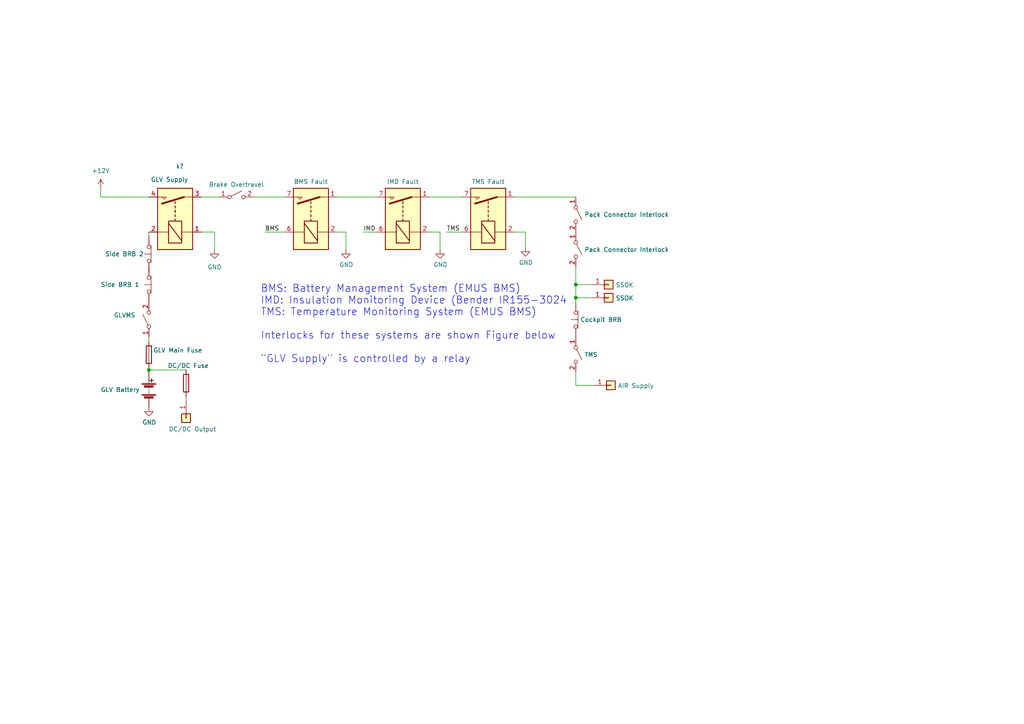
<source format=kicad_sch>
(kicad_sch (version 20211123) (generator eeschema)
  (paper "A4")
  (lib_symbols
    (symbol "AERO_Symbols:T9VV1K15-12S" (pin_names (offset 1.016))
      (property "Reference" "K" (at 8.89 3.81 0))
      (property "Value" "T9VV1K15-12S" (at 8.89 1.27 0))
      (symbol "T9VV1K15-12S_0_0"
        (polyline (pts (xy 5.08 3.81) (xy 5.08 5.08)))
        (polyline (pts (xy 5.08 3.81) (xy 5.08 2.54) (xy 4.445 3.175) (xy 5.08 3.81)))
      )
      (symbol "T9VV1K15-12S_0_1"
        (rectangle (start -10.16 5.08) (end 7.62 -5.08) (stroke (width 0.254)) (fill (type background)))
        (rectangle (start -8.255 1.905) (end -1.905 -1.905) (stroke (width 0.254)))
        (polyline (pts (xy -7.62 -1.905) (xy -2.54 1.905)) (stroke (width 0.254)))
        (polyline (pts (xy -5.08 -5.08) (xy -5.08 -1.905)))
        (polyline (pts (xy -5.08 5.08) (xy -5.08 1.905)))
        (polyline (pts (xy -1.905 0) (xy -1.27 0)) (stroke (width 0.254)))
        (polyline (pts (xy -0.635 0) (xy 0 0)) (stroke (width 0.254)))
        (polyline (pts (xy 0.635 0) (xy 1.27 0)) (stroke (width 0.254)))
        (polyline (pts (xy 0.635 0) (xy 1.27 0)) (stroke (width 0.254)))
        (polyline (pts (xy 1.905 0) (xy 2.54 0)) (stroke (width 0.254)))
        (polyline (pts (xy 3.175 0) (xy 3.81 0)) (stroke (width 0.254)))
        (polyline (pts (xy 5.08 -2.54) (xy 3.175 3.81)) (stroke (width 0.508)))
        (polyline (pts (xy 5.08 -2.54) (xy 5.08 -5.08)))
      )
      (symbol "T9VV1K15-12S_1_1"
        (pin passive line (at -5.08 -7.62 90) (length 2.54) (name "~") (number "1"))
        (pin passive line (at -5.08 7.62 270) (length 2.54) (name "~") (number "2"))
        (pin passive line (at 5.08 -7.62 90) (length 2.54) (name "~") (number "3"))
        (pin passive line (at 5.08 7.62 270) (length 2.54) (name "~") (number "4"))
      )
    )
    (symbol "Connector_Generic:Conn_01x01" (pin_names (offset 1.016) hide)
      (property "Reference" "J" (at 0 2.54 0))
      (property "Value" "Conn_01x01" (at 0 -2.54 0))
      (symbol "Conn_01x01_1_1"
        (rectangle (start -1.27 0.127) (end 0 -0.127) (stroke (width 0.1524)))
        (rectangle (start -1.27 1.27) (end 1.27 -1.27) (stroke (width 0.254)) (fill (type background)))
        (pin passive line (at -5.08 0 0) (length 3.81) (name "Pin_1") (number "1"))
      )
    )
    (symbol "Device:Battery" (pin_numbers hide) (pin_names (offset 0) hide)
      (property "Reference" "BT" (at 2.54 2.54 0))
      (property "Value" "Battery" (at 2.54 0 0))
      (symbol "Battery_0_1"
        (rectangle (start -2.032 -1.397) (end 2.032 -1.651) (fill (type outline)))
        (rectangle (start -2.032 1.778) (end 2.032 1.524) (fill (type outline)))
        (rectangle (start -1.3208 -1.9812) (end 1.27 -2.4892) (fill (type outline)))
        (rectangle (start -1.3208 1.1938) (end 1.27 0.6858) (fill (type outline)))
        (polyline (pts (xy 0 -1.524) (xy 0 -1.27)))
        (polyline (pts (xy 0 -1.016) (xy 0 -0.762)))
        (polyline (pts (xy 0 -0.508) (xy 0 -0.254)))
        (polyline (pts (xy 0 0) (xy 0 0.254)))
        (polyline (pts (xy 0 0.508) (xy 0 0.762)))
        (polyline (pts (xy 0 1.778) (xy 0 2.54)))
        (polyline (pts (xy 0.254 2.667) (xy 1.27 2.667)) (stroke (width 0.254)))
        (polyline (pts (xy 0.762 3.175) (xy 0.762 2.159)) (stroke (width 0.254)))
      )
      (symbol "Battery_1_1"
        (pin passive line (at 0 5.08 270) (length 2.54) (name "+") (number "1"))
        (pin passive line (at 0 -5.08 90) (length 2.54) (name "-") (number "2"))
      )
    )
    (symbol "Device:Fuse" (pin_numbers hide) (pin_names (offset 0))
      (property "Reference" "F" (at 2.032 0 90))
      (property "Value" "Fuse" (at -1.905 0 90))
      (symbol "Fuse_0_1"
        (rectangle (start -0.762 -2.54) (end 0.762 2.54) (stroke (width 0.254)))
        (polyline (pts (xy 0 2.54) (xy 0 -2.54)))
      )
      (symbol "Fuse_1_1"
        (pin passive line (at 0 3.81 270) (length 1.27) (name "~") (number "1"))
        (pin passive line (at 0 -3.81 90) (length 1.27) (name "~") (number "2"))
      )
    )
    (symbol "Relay:DIPxx-1Axx-11x"
      (property "Reference" "K" (at 8.89 3.81 0))
      (property "Value" "DIPxx-1Axx-11x" (at 8.89 1.27 0))
      (symbol "DIPxx-1Axx-11x_0_0"
        (polyline (pts (xy 5.08 5.08) (xy 5.08 2.54) (xy 4.445 3.175) (xy 5.08 3.81)))
      )
      (symbol "DIPxx-1Axx-11x_0_1"
        (rectangle (start -10.16 5.08) (end 7.62 -5.08) (stroke (width 0.254)) (fill (type background)))
        (rectangle (start -8.255 1.905) (end -1.905 -1.905) (stroke (width 0.254)))
        (polyline (pts (xy -7.62 -1.905) (xy -2.54 1.905)) (stroke (width 0.254)))
        (polyline (pts (xy -5.08 -5.08) (xy -5.08 -1.905)))
        (polyline (pts (xy -5.08 5.08) (xy -5.08 1.905)))
        (polyline (pts (xy -1.905 0) (xy -1.27 0)) (stroke (width 0.254)))
        (polyline (pts (xy -0.635 0) (xy 0 0)) (stroke (width 0.254)))
        (polyline (pts (xy 0.635 0) (xy 1.27 0)) (stroke (width 0.254)))
        (polyline (pts (xy 1.905 0) (xy 2.54 0)) (stroke (width 0.254)))
        (polyline (pts (xy 3.175 0) (xy 3.81 0)) (stroke (width 0.254)))
        (polyline (pts (xy 5.08 -2.54) (xy 3.175 3.81)) (stroke (width 0.508)))
        (polyline (pts (xy 5.08 -2.54) (xy 5.08 -5.08)))
      )
      (symbol "DIPxx-1Axx-11x_1_1"
        (pin passive line (at 5.08 -7.62 90) (length 2.54) (name "~") (number "1"))
        (pin passive line (at 5.08 -7.62 90) (length 2.54) hide (name "~") (number "14"))
        (pin passive line (at -5.08 -7.62 90) (length 2.54) (name "~") (number "2"))
        (pin passive line (at -5.08 7.62 270) (length 2.54) (name "~") (number "6"))
        (pin passive line (at 5.08 7.62 270) (length 2.54) (name "~") (number "7"))
        (pin passive line (at 5.08 7.62 270) (length 2.54) hide (name "~") (number "8"))
      )
    )
    (symbol "Switch:SW_Push_Open" (pin_numbers hide) (pin_names (offset 1.016) hide)
      (property "Reference" "SW" (at 0 2.54 0))
      (property "Value" "SW_Push_Open" (at 0 -1.905 0))
      (symbol "SW_Push_Open_0_1"
        (circle (center -2.032 0) (radius 0.508))
        (polyline (pts (xy -2.54 -0.635) (xy 2.54 -0.635)))
        (polyline (pts (xy 0 -0.635) (xy 0 1.27)))
        (circle (center 2.032 0) (radius 0.508))
        (pin passive line (at -5.08 0 0) (length 2.54) (name "A") (number "1"))
      )
      (symbol "SW_Push_Open_1_1"
        (pin passive line (at 5.08 0 180) (length 2.54) (name "B") (number "2"))
      )
    )
    (symbol "Switch:SW_SPST" (pin_names (offset 0) hide)
      (property "Reference" "SW" (at 0 3.175 0))
      (property "Value" "SW_SPST" (at 0 -2.54 0))
      (symbol "SW_SPST_0_0"
        (circle (center -2.032 0) (radius 0.508))
        (polyline (pts (xy -1.524 0.254) (xy 1.524 1.778)))
        (circle (center 2.032 0) (radius 0.508))
      )
      (symbol "SW_SPST_1_1"
        (pin passive line (at -5.08 0 0) (length 2.54) (name "A") (number "1"))
        (pin passive line (at 5.08 0 180) (length 2.54) (name "B") (number "2"))
      )
    )
    (symbol "power:+12V" (power) (pin_names (offset 0))
      (property "Value" "+12V" (at 0 3.556 0))
      (symbol "+12V_0_1"
        (polyline (pts (xy -0.762 1.27) (xy 0 2.54)))
        (polyline (pts (xy 0 0) (xy 0 2.54)))
        (polyline (pts (xy 0 2.54) (xy 0.762 1.27)))
      )
      (symbol "+12V_1_1"
        (pin power_in line (at 0 0 90) (length 0) hide (name "+12V") (number "1"))
      )
    )
    (symbol "power:GND" (power) (pin_names (offset 0))
      (property "Value" "GND" (at 0 -3.81 0))
      (symbol "GND_0_1"
        (polyline (pts (xy 0 0) (xy 0 -1.27) (xy 1.27 -1.27) (xy 0 -2.54) (xy -1.27 -1.27) (xy 0 -1.27)))
      )
      (symbol "GND_1_1"
        (pin power_in line (at 0 0 270) (length 0) hide (name "GND") (number "1"))
      )
    )
  )
  (junction (at 43.18 107.315))
  (junction (at 167.005 86.36))
  (junction (at 167.005 82.55))
  (wire (pts (xy 63.5 57.15) (xy 58.42 57.15)))
  (wire (pts (xy 167.005 111.76) (xy 172.085 111.76)))
  (wire (pts (xy 53.975 107.315) (xy 43.18 107.315)))
  (wire (pts (xy 167.005 86.36) (xy 171.45 86.36)))
  (wire (pts (xy 167.005 107.95) (xy 167.005 111.76)))
  (wire (pts (xy 127.635 72.39) (xy 127.635 67.31)))
  (wire (pts (xy 43.18 106.68) (xy 43.18 107.315)))
  (wire (pts (xy 29.21 54.61) (xy 29.21 57.15)))
  (wire (pts (xy 97.79 57.15) (xy 109.22 57.15)))
  (wire (pts (xy 43.18 78.74) (xy 43.18 77.47)))
  (wire (pts (xy 149.225 67.31) (xy 152.4 67.31)))
  (wire (pts (xy 62.23 67.31) (xy 58.42 67.31)))
  (wire (pts (xy 43.18 68.58) (xy 43.18 67.31)))
  (wire (pts (xy 129.54 67.31) (xy 133.985 67.31)))
  (wire (pts (xy 152.4 67.31) (xy 152.4 71.755)))
  (wire (pts (xy 43.18 99.06) (xy 43.18 97.79)))
  (wire (pts (xy 124.46 57.15) (xy 133.985 57.15)))
  (wire (pts (xy 127.635 67.31) (xy 124.46 67.31)))
  (wire (pts (xy 29.21 57.15) (xy 43.18 57.15)))
  (wire (pts (xy 43.18 107.315) (xy 43.18 107.95)))
  (wire (pts (xy 167.005 82.55) (xy 171.45 82.55)))
  (wire (pts (xy 100.33 72.39) (xy 100.33 67.31)))
  (wire (pts (xy 149.225 57.15) (xy 167.005 57.15)))
  (wire (pts (xy 73.66 57.15) (xy 82.55 57.15)))
  (wire (pts (xy 105.41 67.31) (xy 109.22 67.31)))
  (wire (pts (xy 76.835 67.31) (xy 82.55 67.31)))
  (wire (pts (xy 100.33 67.31) (xy 97.79 67.31)))
  (wire (pts (xy 167.005 77.47) (xy 167.005 82.55)))
  (wire (pts (xy 167.005 82.55) (xy 167.005 86.36)))
  (wire (pts (xy 62.23 67.31) (xy 62.23 72.39)))
  (wire (pts (xy 53.975 114.935) (xy 53.975 116.205)))
  (wire (pts (xy 167.005 86.36) (xy 167.005 87.63)))
  (text "BMS: Battery Management System (EMUS BMS)\nIMD: Insulation Monitoring Device (Bender IR155-3024\nTMS: Temperature Monitoring System (EMUS BMS)\n\nInterlocks for these systems are shown Figure below\n\n\"GLV Supply\" is controlled by a relay" (at 75.565 105.41 0) (effects (font (size 2.1082 2.1082)) (justify left bottom)))
  (label "IMD" (at 105.41 67.31 0))
  (label "TMS" (at 129.54 67.31 0))
  (label "BMS" (at 76.835 67.31 0))
  (symbol (lib_id "Device:Battery") (at 43.18 113.03 0) (unit 1)
    (property "Reference" "BT?" (effects hide))
    (property "Value" "GLV Battery" (at 29.21 113.03 0) (effects (justify left)))
  )
  (symbol (lib_id "Device:Fuse") (at 43.18 102.87 0) (unit 1)
    (property "Reference" "F?" (effects hide))
    (property "Value" "GLV Main Fuse" (at 44.45 101.6 0) (effects (justify left)))
  )
  (symbol (lib_id "Switch:SW_SPST") (at 43.18 92.71 90) (unit 1)
    (property "Reference" "SW?" (effects hide))
    (property "Value" "GLVMS" (at 33.02 91.44 90) (effects (justify right)))
  )
  (symbol (lib_id "Switch:SW_SPST") (at 68.58 57.15 0) (unit 1)
    (property "Reference" "SW?" (effects hide))
    (property "Value" "Brake Overtravel" (at 68.58 53.5178 0))
  )
  (symbol (lib_id "Relay:DIPxx-1Axx-11x") (at 90.17 62.23 90) (unit 1)
    (property "Reference" "K?" (effects hide))
    (property "Value" "BMS Fault" (at 90.17 52.705 90))
    (property "Footprint" "Relay_THT:Relay_StandexMeder_DIP_LowProfile" (effects hide))
    (property "Datasheet" "https://standexelectronics.com/wp-content/uploads/datasheet_reed_relay_DIP.pdf" (effects hide))
  )
  (symbol (lib_id "Relay:DIPxx-1Axx-11x") (at 116.84 62.23 90) (unit 1)
    (property "Reference" "K?" (effects hide))
    (property "Value" "IMD Fault" (at 116.84 52.705 90))
    (property "Footprint" "Relay_THT:Relay_StandexMeder_DIP_LowProfile" (effects hide))
    (property "Datasheet" "https://standexelectronics.com/wp-content/uploads/datasheet_reed_relay_DIP.pdf" (effects hide))
  )
  (symbol (lib_id "Relay:DIPxx-1Axx-11x") (at 141.605 62.23 90) (unit 1)
    (property "Reference" "K?" (effects hide))
    (property "Value" "TMS Fault" (at 141.605 52.705 90))
    (property "Footprint" "Relay_THT:Relay_StandexMeder_DIP_LowProfile" (effects hide))
    (property "Datasheet" "https://standexelectronics.com/wp-content/uploads/datasheet_reed_relay_DIP.pdf" (effects hide))
  )
  (symbol (lib_id "Switch:SW_SPST") (at 167.005 62.23 270) (unit 1)
    (property "Reference" "SW?" (effects hide))
    (property "Value" "Pack Connector Interlock" (at 169.4942 62.23 90) (effects (justify left)))
  )
  (symbol (lib_id "Switch:SW_SPST") (at 167.005 72.39 270) (unit 1)
    (property "Reference" "SW?" (effects hide))
    (property "Value" "Pack Connector Interlock" (at 169.4942 72.39 90) (effects (justify left)))
  )
  (symbol (lib_id "Connector_Generic:Conn_01x01") (at 176.53 82.55 0) (unit 1)
    (property "Reference" "J?" (effects hide))
    (property "Value" "SSOK" (at 178.562 82.6516 0) (effects (justify left)))
  )
  (symbol (lib_id "Switch:SW_Push_Open") (at 167.005 92.71 90) (unit 1)
    (property "Reference" "SW?" (effects hide))
    (property "Value" "Cockpit BRB" (at 168.3258 92.71 90) (effects (justify right)))
  )
  (symbol (lib_id "Switch:SW_Push_Open") (at 43.18 82.55 90) (unit 1)
    (property "Reference" "SW?" (effects hide))
    (property "Value" "Side BRB 1" (at 29.21 82.55 90) (effects (justify right)))
  )
  (symbol (lib_id "Switch:SW_Push_Open") (at 43.18 73.66 90) (unit 1)
    (property "Reference" "SW?" (effects hide))
    (property "Value" "Side BRB 2" (at 30.48 73.66 90) (effects (justify right)))
  )
  (symbol (lib_id "Switch:SW_SPST") (at 167.005 102.87 270) (unit 1)
    (property "Reference" "SW?" (effects hide))
    (property "Value" "TMS" (at 169.4942 102.87 90) (effects (justify left)))
  )
  (symbol (lib_id "Connector_Generic:Conn_01x01") (at 177.165 111.76 0) (unit 1)
    (property "Reference" "J?" (effects hide))
    (property "Value" "AIR Supply" (at 179.197 111.8616 0) (effects (justify left)))
  )
  (symbol (lib_id "power:GND") (at 43.18 118.11 0) (unit 1)
    (property "Reference" "#PWR?" (effects hide))
    (property "Value" "GND" (at 43.307 122.5042 0))
  )
  (symbol (lib_id "power:GND") (at 100.33 72.39 0) (unit 1)
    (property "Reference" "#PWR?" (effects hide))
    (property "Value" "GND" (at 100.457 76.7842 0))
  )
  (symbol (lib_id "power:GND") (at 127.635 72.39 0) (unit 1)
    (property "Reference" "#PWR?" (effects hide))
    (property "Value" "GND" (at 127.762 76.7842 0))
  )
  (symbol (lib_id "power:GND") (at 152.4 71.755 0) (unit 1)
    (property "Reference" "#PWR?" (effects hide))
    (property "Value" "GND" (at 152.527 76.1492 0))
  )
  (symbol (lib_id "Device:Fuse") (at 53.975 111.125 180) (unit 1)
    (property "Reference" "F?" (effects hide))
    (property "Value" "DC/DC Fuse" (at 54.61 106.045 0))
  )
  (symbol (lib_id "Connector_Generic:Conn_01x01") (at 53.975 121.285 270) (unit 1)
    (property "Reference" "J?" (effects hide))
    (property "Value" "DC/DC Output" (at 48.895 124.46 90) (effects (justify left)))
  )
  (symbol (lib_id "Connector_Generic:Conn_01x01") (at 176.53 86.36 0) (unit 1)
    (property "Reference" "J?" (effects hide))
    (property "Value" "SSOK" (at 178.562 86.4616 0) (effects (justify left)))
  )
  (symbol (lib_id "power:+12V") (at 29.21 54.61 0) (unit 1)
    (property "Reference" "#PWR?" (effects hide))
    (property "Value" "+12V" (at 29.21 49.53 0))
  )
  (symbol (lib_id "AERO_Symbols:T9VV1K15-12S") (at 50.8 62.23 90) (unit 1)
    (property "Reference" "k?" (at 53.34 48.26 90) (effects (justify left)))
    (property "Value" "GLV Supply" (at 54.61 52.07 90) (effects (justify left)))
    (property "Footprint" "AERO-footprints:RELAY_T9VV1K15-12S" (effects hide))
    (property "Datasheet" "https://www.te.com/commerce/DocumentDelivery/DDEController?Action=srchrtrv&DocNm=Power_PCB_Relay_T9V_Solar&DocType=DS&DocLang=English" (effects hide))
  )
  (symbol (lib_id "power:GND") (at 62.23 72.39 0) (unit 1)
    (property "Reference" "#PWR?" (effects hide))
    (property "Value" "GND" (at 62.23 77.47 0))
  )
)
</source>
